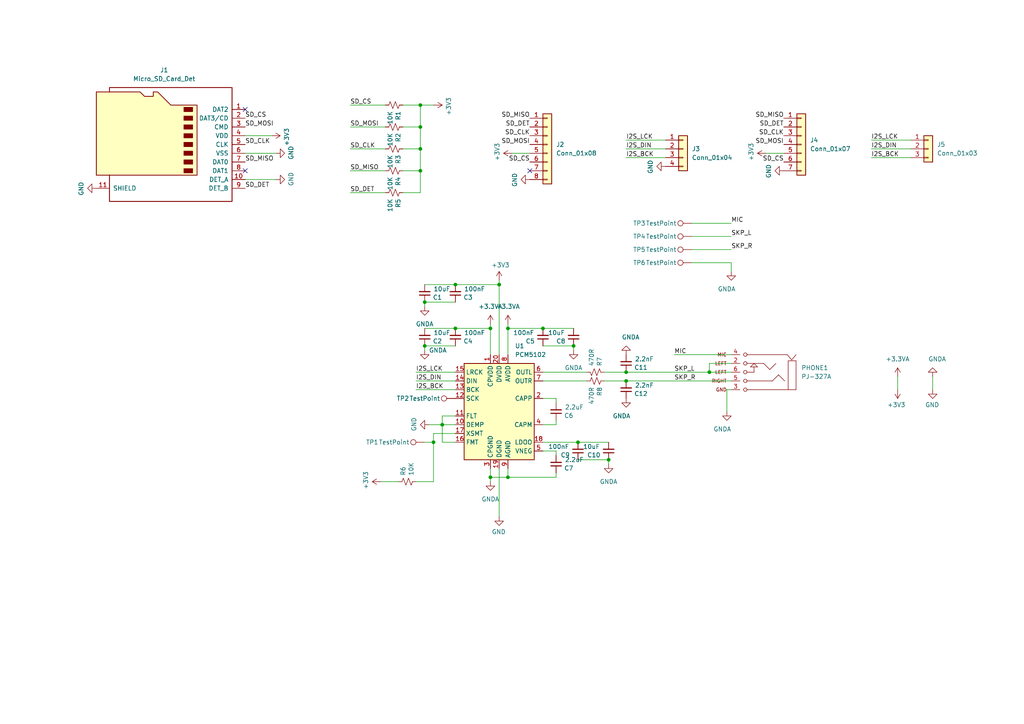
<source format=kicad_sch>
(kicad_sch (version 20211123) (generator eeschema)
  (paper "A4")
  (lib_symbols
    (symbol "Audio:PCM5102"
      (property "Reference" "U" (at -10.16 13.97 0))
      (property "Value" "PCM5102" (at 3.81 13.97 0))
      (symbol "PCM5102_0_1"
        (rectangle (start -10.16 12.7) (end 10.16 -15.24) (stroke (width 0.254)) (fill (type background)))
      )
      (symbol "PCM5102_1_1"
        (pin passive line (at -2.54 15.24 270) (length 2.54) (name "CPVDD") (number "1"))
        (pin input line (at -12.7 -5.08 0) (length 2.54) (name "DEMP") (number "10"))
        (pin input line (at -12.7 -2.54 0) (length 2.54) (name "FLT") (number "11"))
        (pin input line (at -12.7 2.54 0) (length 2.54) (name "SCK") (number "12"))
        (pin input line (at -12.7 5.08 0) (length 2.54) (name "BCK") (number "13"))
        (pin input line (at -12.7 7.62 0) (length 2.54) (name "DIN") (number "14"))
        (pin input line (at -12.7 10.16 0) (length 2.54) (name "LRCK") (number "15"))
        (pin input line (at -12.7 -10.16 0) (length 2.54) (name "FMT") (number "16"))
        (pin input line (at -12.7 -7.62 0) (length 2.54) (name "XSMT") (number "17"))
        (pin passive line (at 12.7 -10.16 180) (length 2.54) (name "LDOO") (number "18"))
        (pin power_in line (at 0 -17.78 90) (length 2.54) (name "DGND") (number "19"))
        (pin passive line (at 12.7 2.54 180) (length 2.54) (name "CAPP") (number "2"))
        (pin power_in line (at 0 15.24 270) (length 2.54) (name "DVDD") (number "20"))
        (pin power_in line (at -2.54 -17.78 90) (length 2.54) (name "CPGND") (number "3"))
        (pin passive line (at 12.7 -5.08 180) (length 2.54) (name "CAPM") (number "4"))
        (pin passive line (at 12.7 -12.7 180) (length 2.54) (name "VNEG") (number "5"))
        (pin output line (at 12.7 10.16 180) (length 2.54) (name "OUTL") (number "6"))
        (pin output line (at 12.7 7.62 180) (length 2.54) (name "OUTR") (number "7"))
        (pin power_in line (at 2.54 15.24 270) (length 2.54) (name "AVDD") (number "8"))
        (pin power_in line (at 2.54 -17.78 90) (length 2.54) (name "AGND") (number "9"))
      )
    )
    (symbol "Connector:Micro_SD_Card_Det" (pin_names (offset 1.016))
      (property "Reference" "J" (at -16.51 17.78 0))
      (property "Value" "Micro_SD_Card_Det" (at 16.51 17.78 0))
      (symbol "Micro_SD_Card_Det_0_1"
        (rectangle (start -7.62 -6.985) (end -5.08 -8.255) (fill (type outline)))
        (rectangle (start -7.62 -4.445) (end -5.08 -5.715) (fill (type outline)))
        (rectangle (start -7.62 -1.905) (end -5.08 -3.175) (fill (type outline)))
        (rectangle (start -7.62 0.635) (end -5.08 -0.635) (fill (type outline)))
        (rectangle (start -7.62 3.175) (end -5.08 1.905) (fill (type outline)))
        (rectangle (start -7.62 5.715) (end -5.08 4.445) (fill (type outline)))
        (rectangle (start -7.62 8.255) (end -5.08 6.985) (fill (type outline)))
        (rectangle (start -7.62 10.795) (end -5.08 9.525) (fill (type outline)))
        (polyline (pts (xy 16.51 15.24) (xy 16.51 16.51) (xy -19.05 16.51) (xy -19.05 -16.51) (xy 16.51 -16.51) (xy 16.51 -8.89)) (stroke (width 0.254)))
        (polyline (pts (xy -8.89 -8.89) (xy -8.89 11.43) (xy -1.27 11.43) (xy 2.54 15.24) (xy 3.81 15.24) (xy 3.81 13.97) (xy 6.35 13.97) (xy 7.62 15.24) (xy 20.32 15.24) (xy 20.32 -8.89) (xy -8.89 -8.89)) (stroke (width 0.254)) (fill (type background)))
      )
      (symbol "Micro_SD_Card_Det_1_1"
        (pin bidirectional line (at -22.86 10.16 0) (length 3.81) (name "DAT2") (number "1"))
        (pin passive line (at -22.86 -10.16 0) (length 3.81) (name "DET_A") (number "10"))
        (pin passive line (at 20.32 -12.7 180) (length 3.81) (name "SHIELD") (number "11"))
        (pin bidirectional line (at -22.86 7.62 0) (length 3.81) (name "DAT3/CD") (number "2"))
        (pin input line (at -22.86 5.08 0) (length 3.81) (name "CMD") (number "3"))
        (pin power_in line (at -22.86 2.54 0) (length 3.81) (name "VDD") (number "4"))
        (pin input line (at -22.86 0 0) (length 3.81) (name "CLK") (number "5"))
        (pin power_in line (at -22.86 -2.54 0) (length 3.81) (name "VSS") (number "6"))
        (pin bidirectional line (at -22.86 -5.08 0) (length 3.81) (name "DAT0") (number "7"))
        (pin bidirectional line (at -22.86 -7.62 0) (length 3.81) (name "DAT1") (number "8"))
        (pin passive line (at -22.86 -12.7 0) (length 3.81) (name "DET_B") (number "9"))
      )
    )
    (symbol "Connector:TestPoint" (pin_numbers hide) (pin_names (offset 0.762) hide)
      (property "Reference" "TP" (at 0 6.858 0))
      (property "Value" "TestPoint" (at 0 5.08 0))
      (symbol "TestPoint_0_1"
        (circle (center 0 3.302) (radius 0.762))
      )
      (symbol "TestPoint_1_1"
        (pin passive line (at 0 0 90) (length 2.54) (name "1") (number "1"))
      )
    )
    (symbol "Connector_Generic:Conn_01x03" (pin_names (offset 1.016) hide)
      (property "Reference" "J" (at 0 5.08 0))
      (property "Value" "Conn_01x03" (at 0 -5.08 0))
      (symbol "Conn_01x03_1_1"
        (rectangle (start -1.27 -2.413) (end 0 -2.667) (stroke (width 0.1524)))
        (rectangle (start -1.27 0.127) (end 0 -0.127) (stroke (width 0.1524)))
        (rectangle (start -1.27 2.667) (end 0 2.413) (stroke (width 0.1524)))
        (rectangle (start -1.27 3.81) (end 1.27 -3.81) (stroke (width 0.254)) (fill (type background)))
        (pin passive line (at -5.08 2.54 0) (length 3.81) (name "Pin_1") (number "1"))
        (pin passive line (at -5.08 0 0) (length 3.81) (name "Pin_2") (number "2"))
        (pin passive line (at -5.08 -2.54 0) (length 3.81) (name "Pin_3") (number "3"))
      )
    )
    (symbol "Connector_Generic:Conn_01x04" (pin_names (offset 1.016) hide)
      (property "Reference" "J" (at 0 5.08 0))
      (property "Value" "Conn_01x04" (at 0 -7.62 0))
      (symbol "Conn_01x04_1_1"
        (rectangle (start -1.27 -4.953) (end 0 -5.207) (stroke (width 0.1524)))
        (rectangle (start -1.27 -2.413) (end 0 -2.667) (stroke (width 0.1524)))
        (rectangle (start -1.27 0.127) (end 0 -0.127) (stroke (width 0.1524)))
        (rectangle (start -1.27 2.667) (end 0 2.413) (stroke (width 0.1524)))
        (rectangle (start -1.27 3.81) (end 1.27 -6.35) (stroke (width 0.254)) (fill (type background)))
        (pin passive line (at -5.08 2.54 0) (length 3.81) (name "Pin_1") (number "1"))
        (pin passive line (at -5.08 0 0) (length 3.81) (name "Pin_2") (number "2"))
        (pin passive line (at -5.08 -2.54 0) (length 3.81) (name "Pin_3") (number "3"))
        (pin passive line (at -5.08 -5.08 0) (length 3.81) (name "Pin_4") (number "4"))
      )
    )
    (symbol "Connector_Generic:Conn_01x07" (pin_names (offset 1.016) hide)
      (property "Reference" "J" (at 0 10.16 0))
      (property "Value" "Conn_01x07" (at 0 -10.16 0))
      (symbol "Conn_01x07_1_1"
        (rectangle (start -1.27 -7.493) (end 0 -7.747) (stroke (width 0.1524)))
        (rectangle (start -1.27 -4.953) (end 0 -5.207) (stroke (width 0.1524)))
        (rectangle (start -1.27 -2.413) (end 0 -2.667) (stroke (width 0.1524)))
        (rectangle (start -1.27 0.127) (end 0 -0.127) (stroke (width 0.1524)))
        (rectangle (start -1.27 2.667) (end 0 2.413) (stroke (width 0.1524)))
        (rectangle (start -1.27 5.207) (end 0 4.953) (stroke (width 0.1524)))
        (rectangle (start -1.27 7.747) (end 0 7.493) (stroke (width 0.1524)))
        (rectangle (start -1.27 8.89) (end 1.27 -8.89) (stroke (width 0.254)) (fill (type background)))
        (pin passive line (at -5.08 7.62 0) (length 3.81) (name "Pin_1") (number "1"))
        (pin passive line (at -5.08 5.08 0) (length 3.81) (name "Pin_2") (number "2"))
        (pin passive line (at -5.08 2.54 0) (length 3.81) (name "Pin_3") (number "3"))
        (pin passive line (at -5.08 0 0) (length 3.81) (name "Pin_4") (number "4"))
        (pin passive line (at -5.08 -2.54 0) (length 3.81) (name "Pin_5") (number "5"))
        (pin passive line (at -5.08 -5.08 0) (length 3.81) (name "Pin_6") (number "6"))
        (pin passive line (at -5.08 -7.62 0) (length 3.81) (name "Pin_7") (number "7"))
      )
    )
    (symbol "Connector_Generic:Conn_01x08" (pin_names (offset 1.016) hide)
      (property "Reference" "J" (at 0 10.16 0))
      (property "Value" "Conn_01x08" (at 0 -12.7 0))
      (symbol "Conn_01x08_1_1"
        (rectangle (start -1.27 -10.033) (end 0 -10.287) (stroke (width 0.1524)))
        (rectangle (start -1.27 -7.493) (end 0 -7.747) (stroke (width 0.1524)))
        (rectangle (start -1.27 -4.953) (end 0 -5.207) (stroke (width 0.1524)))
        (rectangle (start -1.27 -2.413) (end 0 -2.667) (stroke (width 0.1524)))
        (rectangle (start -1.27 0.127) (end 0 -0.127) (stroke (width 0.1524)))
        (rectangle (start -1.27 2.667) (end 0 2.413) (stroke (width 0.1524)))
        (rectangle (start -1.27 5.207) (end 0 4.953) (stroke (width 0.1524)))
        (rectangle (start -1.27 7.747) (end 0 7.493) (stroke (width 0.1524)))
        (rectangle (start -1.27 8.89) (end 1.27 -11.43) (stroke (width 0.254)) (fill (type background)))
        (pin passive line (at -5.08 7.62 0) (length 3.81) (name "Pin_1") (number "1"))
        (pin passive line (at -5.08 5.08 0) (length 3.81) (name "Pin_2") (number "2"))
        (pin passive line (at -5.08 2.54 0) (length 3.81) (name "Pin_3") (number "3"))
        (pin passive line (at -5.08 0 0) (length 3.81) (name "Pin_4") (number "4"))
        (pin passive line (at -5.08 -2.54 0) (length 3.81) (name "Pin_5") (number "5"))
        (pin passive line (at -5.08 -5.08 0) (length 3.81) (name "Pin_6") (number "6"))
        (pin passive line (at -5.08 -7.62 0) (length 3.81) (name "Pin_7") (number "7"))
        (pin passive line (at -5.08 -10.16 0) (length 3.81) (name "Pin_8") (number "8"))
      )
    )
    (symbol "Device:C_Small" (pin_numbers hide) (pin_names (offset 0.254) hide)
      (property "Reference" "C" (at 0.254 1.778 0))
      (property "Value" "C_Small" (at 0.254 -2.032 0))
      (symbol "C_Small_0_1"
        (polyline (pts (xy -1.524 -0.508) (xy 1.524 -0.508)) (stroke (width 0.3302)))
        (polyline (pts (xy -1.524 0.508) (xy 1.524 0.508)) (stroke (width 0.3048)))
      )
      (symbol "C_Small_1_1"
        (pin passive line (at 0 2.54 270) (length 2.032) (name "~") (number "1"))
        (pin passive line (at 0 -2.54 90) (length 2.032) (name "~") (number "2"))
      )
    )
    (symbol "Device:R_Small_US" (pin_numbers hide) (pin_names (offset 0.254) hide)
      (property "Reference" "R" (at 0.762 0.508 0))
      (property "Value" "R_Small_US" (at 0.762 -1.016 0))
      (symbol "R_Small_US_1_1"
        (polyline (pts (xy 0 0) (xy 1.016 -0.381) (xy 0 -0.762) (xy -1.016 -1.143) (xy 0 -1.524)))
        (polyline (pts (xy 0 1.524) (xy 1.016 1.143) (xy 0 0.762) (xy -1.016 0.381) (xy 0 0)))
        (pin passive line (at 0 2.54 270) (length 1.016) (name "~") (number "1"))
        (pin passive line (at 0 -2.54 90) (length 1.016) (name "~") (number "2"))
      )
    )
    (symbol "kicad_lceda:PJ-327A" (pin_names (offset 1.016) hide)
      (property "Reference" "PHONE" (at 0 10.0584 0))
      (property "Value" "PJ-327A" (at 0 15.1384 0))
      (symbol "PJ-327A_1_1"
        (polyline (pts (xy -8.636 -3.302) (xy -6.35 -3.302)) (stroke (width 0.1524)))
        (polyline (pts (xy -8.636 5.08) (xy -8.636 -3.302)) (stroke (width 0.1524)))
        (polyline (pts (xy -8.636 5.08) (xy 5.588 5.08)) (stroke (width 0.1524)))
        (polyline (pts (xy -7.366 -3.556) (xy -8.636 -5.08)) (stroke (width 0.1524)))
        (polyline (pts (xy -7.366 -3.556) (xy -6.096 -5.08)) (stroke (width 0.1524)))
        (polyline (pts (xy -6.35 5.08) (xy -6.35 -3.302)) (stroke (width 0.1524)))
        (polyline (pts (xy -6.096 -5.08) (xy 5.588 -5.08)) (stroke (width 0.1524)))
        (polyline (pts (xy -3.556 0.762) (xy -5.334 2.54)) (stroke (width 0.1524)))
        (polyline (pts (xy -2.794 -2.54) (xy -1.016 -0.762)) (stroke (width 0.1524)))
        (polyline (pts (xy -1.778 2.54) (xy -3.556 0.762)) (stroke (width 0.1524)))
        (polyline (pts (xy -1.778 2.54) (xy 5.588 2.54)) (stroke (width 0.1524)))
        (polyline (pts (xy -1.016 -0.762) (xy 0.762 -2.54)) (stroke (width 0.1524)))
        (polyline (pts (xy 0.762 -2.54) (xy 5.588 -2.54)) (stroke (width 0.1524)))
        (polyline (pts (xy 2.54 -1.524) (xy 3.556 -2.54)) (stroke (width 0.1524)))
        (polyline (pts (xy 3.556 -2.54) (xy 4.572 -1.524)) (stroke (width 0.1524)))
        (polyline (pts (xy 3.556 -1.524) (xy 3.556 0)) (stroke (width 0.1524)))
        (polyline (pts (xy 3.556 0) (xy 5.588 0)) (stroke (width 0.1524)))
        (polyline (pts (xy 4.572 -1.524) (xy 2.54 -1.524)) (stroke (width 0.1524)))
        (arc (start 5.588 -5.08) (mid 6.0706 -5.5876) (end 6.5786 -5.1054) (stroke (width 0.1524)))
        (arc (start 5.588 -2.54) (mid 6.0706 -3.0476) (end 6.5786 -2.5654) (stroke (width 0.1524)))
        (arc (start 5.588 0) (mid 6.0706 -0.5076) (end 6.5786 -0.0254) (stroke (width 0.1524)))
        (arc (start 5.588 2.54) (mid 6.0706 2.0324) (end 6.5786 2.5146) (stroke (width 0.1524)))
        (arc (start 5.588 5.08) (mid 6.0706 4.5724) (end 6.5786 5.0546) (stroke (width 0.1524)))
        (arc (start 6.5786 -5.08) (mid 6.0833 -4.5972) (end 5.588 -5.08) (stroke (width 0.1524)))
        (arc (start 6.5786 -2.54) (mid 6.0833 -2.0572) (end 5.588 -2.54) (stroke (width 0.1524)))
        (arc (start 6.5786 0) (mid 6.0833 0.4828) (end 5.588 0) (stroke (width 0.1524)))
        (arc (start 6.5786 2.54) (mid 6.0833 3.0228) (end 5.588 2.54) (stroke (width 0.1524)))
        (arc (start 6.5786 5.08) (mid 6.0833 5.5628) (end 5.588 5.08) (stroke (width 0.1524)))
        (text "GND" (at 11.43 5.08 0) (effects (font (size 0.9906 0.9906)) (justify left)))
        (text "LEFT" (at 11.43 -2.54 0) (effects (font (size 0.9906 0.9906)) (justify left)))
        (text "LEFT" (at 11.43 0 0) (effects (font (size 0.9906 0.9906)) (justify left)))
        (text "MIC" (at 11.43 -5.08 0) (effects (font (size 0.9906 0.9906)) (justify left)))
        (text "RIGHT" (at 11.43 2.54 0) (effects (font (size 0.9906 0.9906)) (justify left)))
        (pin input line (at 10.16 -2.54 180) (length 2.54) (name "2") (number "2"))
        (pin input line (at 10.16 5.08 180) (length 2.54) (name "1") (number "3"))
        (pin input line (at 10.16 -5.08 180) (length 2.54) (name "4") (number "4"))
        (pin input line (at 10.16 2.54 180) (length 2.54) (name "5") (number "5"))
        (pin input line (at 10.16 0 180) (length 2.54) (name "6") (number "6"))
      )
    )
    (symbol "power:+3.3V" (power) (pin_names (offset 0))
      (property "Value" "+3.3V" (at 0 3.556 0))
      (symbol "+3.3V_0_1"
        (polyline (pts (xy -0.762 1.27) (xy 0 2.54)))
        (polyline (pts (xy 0 0) (xy 0 2.54)))
        (polyline (pts (xy 0 2.54) (xy 0.762 1.27)))
      )
      (symbol "+3.3V_1_1"
        (pin power_in line (at 0 0 90) (length 0) hide (name "+3V3") (number "1"))
      )
    )
    (symbol "power:+3.3VA" (power) (pin_names (offset 0))
      (property "Value" "+3.3VA" (at 0 3.556 0))
      (symbol "+3.3VA_0_1"
        (polyline (pts (xy -0.762 1.27) (xy 0 2.54)))
        (polyline (pts (xy 0 0) (xy 0 2.54)))
        (polyline (pts (xy 0 2.54) (xy 0.762 1.27)))
      )
      (symbol "+3.3VA_1_1"
        (pin power_in line (at 0 0 90) (length 0) hide (name "+3.3VA") (number "1"))
      )
    )
    (symbol "power:GND" (power) (pin_names (offset 0))
      (property "Value" "GND" (at 0 -3.81 0))
      (symbol "GND_0_1"
        (polyline (pts (xy 0 0) (xy 0 -1.27) (xy 1.27 -1.27) (xy 0 -2.54) (xy -1.27 -1.27) (xy 0 -1.27)))
      )
      (symbol "GND_1_1"
        (pin power_in line (at 0 0 270) (length 0) hide (name "GND") (number "1"))
      )
    )
    (symbol "power:GNDA" (power) (pin_names (offset 0))
      (property "Value" "GNDA" (at 0 -3.81 0))
      (symbol "GNDA_0_1"
        (polyline (pts (xy 0 0) (xy 0 -1.27) (xy 1.27 -1.27) (xy 0 -2.54) (xy -1.27 -1.27) (xy 0 -1.27)))
      )
      (symbol "GNDA_1_1"
        (pin power_in line (at 0 0 270) (length 0) hide (name "GNDA") (number "1"))
      )
    )
  )
  (junction (at 166.37 100.33))
  (junction (at 125.73 128.27))
  (junction (at 167.64 128.27))
  (junction (at 142.24 95.25))
  (junction (at 132.08 82.55))
  (junction (at 128.27 123.19))
  (junction (at 121.92 36.83))
  (junction (at 144.78 82.55))
  (junction (at 121.92 30.48))
  (junction (at 181.61 110.49))
  (junction (at 176.53 133.35))
  (junction (at 121.92 43.18))
  (junction (at 157.48 95.25))
  (junction (at 205.74 107.95))
  (junction (at 123.19 87.63))
  (junction (at 121.92 49.53))
  (junction (at 147.32 95.25))
  (junction (at 123.19 100.33))
  (junction (at 181.61 107.95))
  (junction (at 142.24 138.43))
  (junction (at 132.08 95.25))
  (junction (at 147.32 138.43))
  (no_connect (at 153.67 49.53))
  (no_connect (at 71.12 31.75))
  (no_connect (at 71.12 49.53))
  (wire (pts (xy 147.32 95.25) (xy 147.32 102.87)))
  (wire (pts (xy 205.74 105.41) (xy 205.74 107.95)))
  (wire (pts (xy 144.78 81.28) (xy 144.78 82.55)))
  (wire (pts (xy 123.19 128.27) (xy 125.73 128.27)))
  (wire (pts (xy 200.66 72.39) (xy 212.09 72.39)))
  (wire (pts (xy 157.48 107.95) (xy 170.18 107.95)))
  (wire (pts (xy 116.84 43.18) (xy 121.92 43.18)))
  (wire (pts (xy 161.29 138.43) (xy 161.29 137.16)))
  (wire (pts (xy 144.78 135.89) (xy 144.78 149.86)))
  (wire (pts (xy 176.53 128.27) (xy 167.64 128.27)))
  (wire (pts (xy 132.08 128.27) (xy 128.27 128.27)))
  (wire (pts (xy 157.48 115.57) (xy 161.29 115.57)))
  (wire (pts (xy 123.19 95.25) (xy 132.08 95.25)))
  (wire (pts (xy 128.27 123.19) (xy 132.08 123.19)))
  (wire (pts (xy 116.84 36.83) (xy 121.92 36.83)))
  (wire (pts (xy 123.19 87.63) (xy 123.19 88.9)))
  (wire (pts (xy 166.37 95.25) (xy 157.48 95.25)))
  (wire (pts (xy 175.26 107.95) (xy 181.61 107.95)))
  (wire (pts (xy 125.73 30.48) (xy 121.92 30.48)))
  (wire (pts (xy 123.19 82.55) (xy 132.08 82.55)))
  (wire (pts (xy 252.73 45.72) (xy 264.16 45.72)))
  (wire (pts (xy 200.66 64.77) (xy 212.09 64.77)))
  (wire (pts (xy 252.73 40.64) (xy 264.16 40.64)))
  (wire (pts (xy 123.19 87.63) (xy 132.08 87.63)))
  (wire (pts (xy 175.26 110.49) (xy 181.61 110.49)))
  (wire (pts (xy 147.32 138.43) (xy 161.29 138.43)))
  (wire (pts (xy 101.6 43.18) (xy 111.76 43.18)))
  (wire (pts (xy 176.53 133.35) (xy 176.53 134.62)))
  (wire (pts (xy 252.73 43.18) (xy 264.16 43.18)))
  (wire (pts (xy 144.78 82.55) (xy 144.78 102.87)))
  (wire (pts (xy 147.32 93.98) (xy 147.32 95.25)))
  (wire (pts (xy 212.09 105.41) (xy 205.74 105.41)))
  (wire (pts (xy 125.73 125.73) (xy 132.08 125.73)))
  (wire (pts (xy 181.61 43.18) (xy 193.04 43.18)))
  (wire (pts (xy 121.92 36.83) (xy 121.92 43.18)))
  (wire (pts (xy 210.82 113.03) (xy 212.09 113.03)))
  (wire (pts (xy 142.24 93.98) (xy 142.24 95.25)))
  (wire (pts (xy 260.35 113.03) (xy 260.35 109.22)))
  (wire (pts (xy 120.65 107.95) (xy 132.08 107.95)))
  (wire (pts (xy 157.48 123.19) (xy 161.29 123.19)))
  (wire (pts (xy 200.66 68.58) (xy 212.09 68.58)))
  (wire (pts (xy 132.08 120.65) (xy 128.27 120.65)))
  (wire (pts (xy 157.48 130.81) (xy 161.29 130.81)))
  (wire (pts (xy 166.37 100.33) (xy 157.48 100.33)))
  (wire (pts (xy 101.6 55.88) (xy 111.76 55.88)))
  (wire (pts (xy 167.64 128.27) (xy 157.48 128.27)))
  (wire (pts (xy 181.61 110.49) (xy 212.09 110.49)))
  (wire (pts (xy 205.74 107.95) (xy 212.09 107.95)))
  (wire (pts (xy 116.84 30.48) (xy 121.92 30.48)))
  (wire (pts (xy 120.65 113.03) (xy 132.08 113.03)))
  (wire (pts (xy 157.48 95.25) (xy 147.32 95.25)))
  (wire (pts (xy 123.19 100.33) (xy 132.08 100.33)))
  (wire (pts (xy 176.53 133.35) (xy 167.64 133.35)))
  (wire (pts (xy 121.92 55.88) (xy 116.84 55.88)))
  (wire (pts (xy 101.6 36.83) (xy 111.76 36.83)))
  (wire (pts (xy 125.73 128.27) (xy 125.73 125.73)))
  (wire (pts (xy 132.08 95.25) (xy 142.24 95.25)))
  (wire (pts (xy 195.58 102.87) (xy 212.09 102.87)))
  (wire (pts (xy 157.48 110.49) (xy 170.18 110.49)))
  (wire (pts (xy 210.82 119.38) (xy 210.82 113.03)))
  (wire (pts (xy 161.29 130.81) (xy 161.29 132.08)))
  (wire (pts (xy 142.24 95.25) (xy 142.24 102.87)))
  (wire (pts (xy 71.12 39.37) (xy 78.74 39.37)))
  (wire (pts (xy 128.27 120.65) (xy 128.27 123.19)))
  (wire (pts (xy 200.66 76.2) (xy 212.09 76.2)))
  (wire (pts (xy 121.92 49.53) (xy 121.92 55.88)))
  (wire (pts (xy 142.24 138.43) (xy 142.24 139.7)))
  (wire (pts (xy 101.6 49.53) (xy 111.76 49.53)))
  (wire (pts (xy 124.46 123.19) (xy 128.27 123.19)))
  (wire (pts (xy 120.65 110.49) (xy 132.08 110.49)))
  (wire (pts (xy 71.12 52.07) (xy 80.01 52.07)))
  (wire (pts (xy 101.6 30.48) (xy 111.76 30.48)))
  (wire (pts (xy 142.24 138.43) (xy 147.32 138.43)))
  (wire (pts (xy 128.27 128.27) (xy 128.27 123.19)))
  (wire (pts (xy 148.59 44.45) (xy 153.67 44.45)))
  (wire (pts (xy 212.09 76.2) (xy 212.09 78.74)))
  (wire (pts (xy 181.61 40.64) (xy 193.04 40.64)))
  (wire (pts (xy 270.51 109.22) (xy 270.51 113.03)))
  (wire (pts (xy 125.73 139.7) (xy 125.73 128.27)))
  (wire (pts (xy 123.19 100.33) (xy 123.19 101.6)))
  (wire (pts (xy 71.12 44.45) (xy 80.01 44.45)))
  (wire (pts (xy 161.29 121.92) (xy 161.29 123.19)))
  (wire (pts (xy 222.25 44.45) (xy 227.33 44.45)))
  (wire (pts (xy 161.29 116.84) (xy 161.29 115.57)))
  (wire (pts (xy 132.08 82.55) (xy 144.78 82.55)))
  (wire (pts (xy 181.61 45.72) (xy 193.04 45.72)))
  (wire (pts (xy 110.49 139.7) (xy 115.57 139.7)))
  (wire (pts (xy 120.65 139.7) (xy 125.73 139.7)))
  (wire (pts (xy 121.92 43.18) (xy 121.92 49.53)))
  (wire (pts (xy 147.32 135.89) (xy 147.32 138.43)))
  (wire (pts (xy 181.61 107.95) (xy 205.74 107.95)))
  (wire (pts (xy 116.84 49.53) (xy 121.92 49.53)))
  (wire (pts (xy 166.37 100.33) (xy 166.37 101.6)))
  (wire (pts (xy 121.92 30.48) (xy 121.92 36.83)))
  (wire (pts (xy 142.24 135.89) (xy 142.24 138.43)))
  (label "I2S_LCK" (at 252.73 40.64 0))
  (label "SKP_L" (at 195.58 107.95 0))
  (label "I2S_LCK" (at 120.65 107.95 0))
  (label "SD_CS" (at 227.33 46.99 180))
  (label "SKP_R" (at 195.58 110.49 0))
  (label "SD_CS" (at 71.12 34.29 0))
  (label "SD_DET" (at 101.6 55.88 0))
  (label "SD_CS" (at 101.6 30.48 0))
  (label "SD_MOSI" (at 71.12 36.83 0))
  (label "I2S_BCK" (at 120.65 113.03 0))
  (label "I2S_BCK" (at 252.73 45.72 0))
  (label "SKP_R" (at 212.09 72.39 0))
  (label "SD_MISO" (at 101.6 49.53 0))
  (label "SD_MOSI" (at 101.6 36.83 0))
  (label "SD_CLK" (at 101.6 43.18 0))
  (label "SD_MOSI" (at 153.67 41.91 180))
  (label "SD_DET" (at 71.12 54.61 0))
  (label "I2S_BCK" (at 181.61 45.72 0))
  (label "MIC" (at 195.58 102.87 0))
  (label "SD_DET" (at 153.67 36.83 180))
  (label "SD_MOSI" (at 227.33 41.91 180))
  (label "SD_MISO" (at 227.33 34.29 180))
  (label "I2S_DIN" (at 181.61 43.18 0))
  (label "SD_MISO" (at 71.12 46.99 0))
  (label "SD_CLK" (at 71.12 41.91 0))
  (label "SD_CLK" (at 227.33 39.37 180))
  (label "I2S_LCK" (at 181.61 40.64 0))
  (label "SD_MISO" (at 153.67 34.29 180))
  (label "SD_CS" (at 153.67 46.99 180))
  (label "SKP_L" (at 212.09 68.58 0))
  (label "I2S_DIN" (at 120.65 110.49 0))
  (label "MIC" (at 212.09 64.77 0))
  (label "SD_CLK" (at 153.67 39.37 180))
  (label "I2S_DIN" (at 252.73 43.18 0))
  (label "SD_DET" (at 227.33 36.83 180))
  (symbol (lib_id "power:+3.3V") (at 148.59 44.45 90) (unit 1)
    (property "Reference" "#PWR0101" (effects hide))
    (property "Value" "+3.3V" (at 144.1958 44.069 0))
  )
  (symbol (lib_id "Device:C_Small") (at 157.48 97.79 180) (unit 1)
    (property "Reference" "C5" (at 155.1432 98.9584 0) (effects (justify left)))
    (property "Value" "100nF" (at 154.94 96.52 0) (effects (justify left)))
    (property "Footprint" "Capacitor_SMD:C_0402_1005Metric_Pad0.74x0.62mm_HandSolder" (effects hide))
  )
  (symbol (lib_id "Device:C_Small") (at 181.61 113.03 0) (mirror x) (unit 1)
    (property "Reference" "C12" (at 183.9468 114.1984 0) (effects (justify left)))
    (property "Value" "2.2nF" (at 184.15 111.76 0) (effects (justify left)))
    (property "Footprint" "Capacitor_SMD:C_0402_1005Metric_Pad0.74x0.62mm_HandSolder" (effects hide))
  )
  (symbol (lib_id "Connector:Micro_SD_Card_Det") (at 48.26 41.91 0) (mirror y) (unit 1)
    (property "Reference" "J1" (at 47.625 20.32 0))
    (property "Value" "Micro_SD_Card_Det" (at 47.625 22.86 0))
    (property "Footprint" "kicad_lceda:TF-SMD_TF-015" (effects hide))
    (property "Datasheet" "https://www.hirose.com/product/en/download_file/key_name/DM3/category/Catalog/doc_file_id/49662/?file_category_id=4&item_id=195&is_series=1" (effects hide))
  )
  (symbol (lib_id "Connector_Generic:Conn_01x04") (at 198.12 43.18 0) (unit 1)
    (property "Reference" "J3" (at 200.66 43.1799 0) (effects (justify left)))
    (property "Value" "Conn_01x04" (at 200.66 45.7199 0) (effects (justify left)))
    (property "Footprint" "Connector_PinHeader_2.00mm:PinHeader_1x04_P2.00mm_Vertical" (effects hide))
  )
  (symbol (lib_id "power:GNDA") (at 270.51 109.22 180) (unit 1)
    (property "Reference" "#PWR0104" (effects hide))
    (property "Value" "GNDA" (at 269.24 104.14 0) (effects (justify right)))
  )
  (symbol (lib_id "Connector:TestPoint") (at 200.66 76.2 90) (unit 1)
    (property "Reference" "TP6" (at 185.42 76.2 90))
    (property "Value" "TestPoint" (at 191.77 76.2 90))
    (property "Footprint" "TestPoint:TestPoint_Pad_D1.0mm" (effects hide))
  )
  (symbol (lib_id "power:GND") (at 80.01 44.45 90) (unit 1)
    (property "Reference" "#PWR0120" (effects hide))
    (property "Value" "GND" (at 84.4042 44.323 0))
  )
  (symbol (lib_id "power:+3.3VA") (at 147.32 93.98 0) (unit 1)
    (property "Reference" "#PWR0109" (effects hide))
    (property "Value" "+3.3VA" (at 147.32 88.9 0))
  )
  (symbol (lib_id "Audio:PCM5102") (at 144.78 118.11 0) (unit 1)
    (property "Reference" "U1" (at 149.3394 100.33 0) (effects (justify left)))
    (property "Value" "PCM5102" (at 149.3394 102.87 0) (effects (justify left)))
    (property "Footprint" "Package_SO:TSSOP-20_4.4x6.5mm_P0.65mm" (effects hide))
    (property "Datasheet" "http://www.ti.com/lit/ds/symlink/pcm5102.pdf" (effects hide))
  )
  (symbol (lib_id "power:+3.3V") (at 222.25 44.45 90) (unit 1)
    (property "Reference" "#PWR0128" (effects hide))
    (property "Value" "+3.3V" (at 217.8558 44.069 0))
  )
  (symbol (lib_id "Device:C_Small") (at 166.37 97.79 180) (unit 1)
    (property "Reference" "C8" (at 164.0332 98.9584 0) (effects (justify left)))
    (property "Value" "10uF" (at 163.83 96.52 0) (effects (justify left)))
    (property "Footprint" "Capacitor_SMD:C_0402_1005Metric_Pad0.74x0.62mm_HandSolder" (effects hide))
  )
  (symbol (lib_id "Device:R_Small_US") (at 114.3 30.48 270) (unit 1)
    (property "Reference" "R1" (at 115.4684 32.2072 0) (effects (justify left)))
    (property "Value" "10K" (at 113.157 32.2072 0) (effects (justify left)))
    (property "Footprint" "Resistor_SMD:R_0402_1005Metric_Pad0.72x0.64mm_HandSolder" (effects hide))
  )
  (symbol (lib_id "Connector_Generic:Conn_01x07") (at 232.41 41.91 0) (unit 1)
    (property "Reference" "J4" (at 234.95 40.6399 0) (effects (justify left)))
    (property "Value" "Conn_01x07" (at 234.95 43.1799 0) (effects (justify left)))
    (property "Footprint" "Connector_Molex:Molex_CLIK-Mate_502382-0770_1x07-1MP_P1.25mm_Vertical" (effects hide))
  )
  (symbol (lib_id "Connector:TestPoint") (at 200.66 72.39 90) (unit 1)
    (property "Reference" "TP5" (at 185.42 72.39 90))
    (property "Value" "TestPoint" (at 191.77 72.39 90))
    (property "Footprint" "TestPoint:TestPoint_Pad_D1.0mm" (effects hide))
  )
  (symbol (lib_id "Device:C_Small") (at 161.29 134.62 0) (mirror x) (unit 1)
    (property "Reference" "C7" (at 163.6268 135.7884 0) (effects (justify left)))
    (property "Value" "2.2uF" (at 163.83 133.35 0) (effects (justify left)))
    (property "Footprint" "Capacitor_SMD:C_0402_1005Metric_Pad0.74x0.62mm_HandSolder" (effects hide))
  )
  (symbol (lib_id "power:GND") (at 80.01 52.07 90) (unit 1)
    (property "Reference" "#PWR0121" (effects hide))
    (property "Value" "GND" (at 84.4042 51.943 0))
  )
  (symbol (lib_id "power:GND") (at 27.94 54.61 270) (unit 1)
    (property "Reference" "#PWR0123" (effects hide))
    (property "Value" "GND" (at 23.5458 54.737 0))
  )
  (symbol (lib_id "power:GNDA") (at 176.53 134.62 0) (mirror y) (unit 1)
    (property "Reference" "#PWR0116" (effects hide))
    (property "Value" "GNDA" (at 176.53 139.7 0))
  )
  (symbol (lib_id "Connector:TestPoint") (at 123.19 128.27 90) (unit 1)
    (property "Reference" "TP1" (at 107.95 128.27 90))
    (property "Value" "TestPoint" (at 114.3 128.27 90))
    (property "Footprint" "TestPoint:TestPoint_Pad_D1.0mm" (effects hide))
  )
  (symbol (lib_id "Device:R_Small_US") (at 172.72 110.49 270) (unit 1)
    (property "Reference" "R8" (at 173.8884 112.2172 0) (effects (justify left)))
    (property "Value" "470R" (at 171.577 112.2172 0) (effects (justify left)))
    (property "Footprint" "Resistor_SMD:R_0402_1005Metric_Pad0.72x0.64mm_HandSolder" (effects hide))
  )
  (symbol (lib_id "Device:R_Small_US") (at 172.72 107.95 270) (mirror x) (unit 1)
    (property "Reference" "R7" (at 173.8884 106.2228 0) (effects (justify left)))
    (property "Value" "470R" (at 171.577 106.2228 0) (effects (justify left)))
    (property "Footprint" "Resistor_SMD:R_0402_1005Metric_Pad0.72x0.64mm_HandSolder" (effects hide))
  )
  (symbol (lib_id "power:GNDA") (at 212.09 78.74 0) (unit 1)
    (property "Reference" "#PWR0129" (effects hide))
    (property "Value" "GNDA" (at 213.36 83.82 0) (effects (justify right)))
  )
  (symbol (lib_id "kicad_lceda:PJ-327A") (at 222.25 107.95 180) (unit 1)
    (property "Reference" "PHONE1" (at 232.41 106.6798 0) (effects (justify right)))
    (property "Value" "PJ-327A" (at 232.41 109.2198 0) (effects (justify right)))
    (property "Footprint" "kicad_lceda:PJ327A" (effects hide))
    (property "uuid" "std:ef4aeec5dc2f44ad975983eb3b2d0e0e" (effects hide))
  )
  (symbol (lib_id "Device:C_Small") (at 161.29 119.38 0) (mirror x) (unit 1)
    (property "Reference" "C6" (at 163.6268 120.5484 0) (effects (justify left)))
    (property "Value" "2.2uF" (at 163.83 118.11 0) (effects (justify left)))
    (property "Footprint" "Capacitor_SMD:C_0402_1005Metric_Pad0.74x0.62mm_HandSolder" (effects hide))
  )
  (symbol (lib_id "Device:C_Small") (at 132.08 97.79 0) (mirror x) (unit 1)
    (property "Reference" "C4" (at 134.4168 98.9584 0) (effects (justify left)))
    (property "Value" "100nF" (at 134.62 96.52 0) (effects (justify left)))
    (property "Footprint" "Capacitor_SMD:C_0402_1005Metric_Pad0.74x0.62mm_HandSolder" (effects hide))
  )
  (symbol (lib_id "Device:R_Small_US") (at 114.3 36.83 270) (unit 1)
    (property "Reference" "R2" (at 115.4684 38.5572 0) (effects (justify left)))
    (property "Value" "10K" (at 113.157 38.5572 0) (effects (justify left)))
    (property "Footprint" "Resistor_SMD:R_0402_1005Metric_Pad0.72x0.64mm_HandSolder" (effects hide))
  )
  (symbol (lib_id "power:GND") (at 227.33 49.53 270) (unit 1)
    (property "Reference" "#PWR0127" (effects hide))
    (property "Value" "GND" (at 222.9358 49.657 0))
  )
  (symbol (lib_id "Connector_Generic:Conn_01x08") (at 158.75 41.91 0) (unit 1)
    (property "Reference" "J2" (at 161.29 41.9099 0) (effects (justify left)))
    (property "Value" "Conn_01x08" (at 161.29 44.4499 0) (effects (justify left)))
    (property "Footprint" "Connector_PinHeader_2.00mm:PinHeader_2x04_P2.00mm_Vertical" (effects hide))
  )
  (symbol (lib_id "power:GND") (at 153.67 52.07 270) (unit 1)
    (property "Reference" "#PWR0102" (effects hide))
    (property "Value" "GND" (at 149.2758 52.197 0))
  )
  (symbol (lib_id "Device:R_Small_US") (at 114.3 55.88 270) (unit 1)
    (property "Reference" "R5" (at 115.4684 57.6072 0) (effects (justify left)))
    (property "Value" "10K" (at 113.157 57.6072 0) (effects (justify left)))
    (property "Footprint" "Resistor_SMD:R_0402_1005Metric_Pad0.72x0.64mm_HandSolder" (effects hide))
  )
  (symbol (lib_id "power:+3.3VA") (at 142.24 93.98 0) (unit 1)
    (property "Reference" "#PWR0110" (effects hide))
    (property "Value" "+3.3VA" (at 142.24 88.9 0))
  )
  (symbol (lib_id "power:GNDA") (at 123.19 88.9 0) (unit 1)
    (property "Reference" "#PWR0112" (effects hide))
    (property "Value" "GNDA" (at 123.19 93.98 0))
  )
  (symbol (lib_id "power:+3.3V") (at 125.73 30.48 270) (unit 1)
    (property "Reference" "#PWR0119" (effects hide))
    (property "Value" "+3.3V" (at 130.1242 30.861 0))
  )
  (symbol (lib_id "Device:C_Small") (at 132.08 85.09 0) (mirror x) (unit 1)
    (property "Reference" "C3" (at 134.4168 86.2584 0) (effects (justify left)))
    (property "Value" "100nF" (at 134.62 83.82 0) (effects (justify left)))
    (property "Footprint" "Capacitor_SMD:C_0402_1005Metric_Pad0.74x0.62mm_HandSolder" (effects hide))
  )
  (symbol (lib_id "power:GND") (at 144.78 149.86 0) (mirror y) (unit 1)
    (property "Reference" "#PWR0117" (effects hide))
    (property "Value" "GND" (at 144.653 154.2542 0))
  )
  (symbol (lib_id "power:GND") (at 193.04 48.26 270) (unit 1)
    (property "Reference" "#PWR0103" (effects hide))
    (property "Value" "GND" (at 188.6458 48.387 0))
  )
  (symbol (lib_id "power:GNDA") (at 181.61 115.57 0) (unit 1)
    (property "Reference" "#PWR0113" (effects hide))
    (property "Value" "GNDA" (at 182.88 120.65 0) (effects (justify right)))
  )
  (symbol (lib_id "Connector:TestPoint") (at 132.08 115.57 90) (unit 1)
    (property "Reference" "TP2" (at 116.84 115.57 90))
    (property "Value" "TestPoint" (at 123.19 115.57 90))
    (property "Footprint" "TestPoint:TestPoint_Pad_D1.0mm" (effects hide))
  )
  (symbol (lib_id "power:GNDA") (at 210.82 119.38 0) (unit 1)
    (property "Reference" "#PWR0126" (effects hide))
    (property "Value" "GNDA" (at 212.09 124.46 0) (effects (justify right)))
  )
  (symbol (lib_id "Connector:TestPoint") (at 200.66 64.77 90) (unit 1)
    (property "Reference" "TP3" (at 185.42 64.77 90))
    (property "Value" "TestPoint" (at 191.77 64.77 90))
    (property "Footprint" "TestPoint:TestPoint_Pad_D1.0mm" (effects hide))
  )
  (symbol (lib_id "Device:C_Small") (at 181.61 105.41 0) (mirror x) (unit 1)
    (property "Reference" "C11" (at 183.9468 106.5784 0) (effects (justify left)))
    (property "Value" "2.2nF" (at 184.15 104.14 0) (effects (justify left)))
    (property "Footprint" "Capacitor_SMD:C_0402_1005Metric_Pad0.74x0.62mm_HandSolder" (effects hide))
  )
  (symbol (lib_id "Device:C_Small") (at 123.19 85.09 0) (mirror x) (unit 1)
    (property "Reference" "C1" (at 125.5268 86.2584 0) (effects (justify left)))
    (property "Value" "10uF" (at 125.73 83.82 0) (effects (justify left)))
    (property "Footprint" "Capacitor_SMD:C_0402_1005Metric_Pad0.74x0.62mm_HandSolder" (effects hide))
  )
  (symbol (lib_id "power:GND") (at 270.51 113.03 0) (mirror y) (unit 1)
    (property "Reference" "#PWR0105" (effects hide))
    (property "Value" "GND" (at 270.383 117.4242 0))
  )
  (symbol (lib_id "Connector:TestPoint") (at 200.66 68.58 90) (unit 1)
    (property "Reference" "TP4" (at 185.42 68.58 90))
    (property "Value" "TestPoint" (at 191.77 68.58 90))
    (property "Footprint" "TestPoint:TestPoint_Pad_D1.0mm" (effects hide))
  )
  (symbol (lib_id "power:+3.3VA") (at 260.35 109.22 0) (unit 1)
    (property "Reference" "#PWR0106" (effects hide))
    (property "Value" "+3.3VA" (at 260.35 104.14 0))
  )
  (symbol (lib_id "Device:C_Small") (at 123.19 97.79 0) (mirror x) (unit 1)
    (property "Reference" "C2" (at 125.5268 98.9584 0) (effects (justify left)))
    (property "Value" "10uF" (at 125.73 96.52 0) (effects (justify left)))
    (property "Footprint" "Capacitor_SMD:C_0402_1005Metric_Pad0.74x0.62mm_HandSolder" (effects hide))
  )
  (symbol (lib_id "Connector_Generic:Conn_01x03") (at 269.24 43.18 0) (unit 1)
    (property "Reference" "J5" (at 271.78 41.9099 0) (effects (justify left)))
    (property "Value" "Conn_01x03" (at 271.78 44.4499 0) (effects (justify left)))
    (property "Footprint" "Connector_Molex:Molex_CLIK-Mate_502382-0370_1x03-1MP_P1.25mm_Vertical" (effects hide))
  )
  (symbol (lib_id "power:GNDA") (at 142.24 139.7 0) (unit 1)
    (property "Reference" "#PWR0118" (effects hide))
    (property "Value" "GNDA" (at 142.24 144.78 0))
  )
  (symbol (lib_id "power:GNDA") (at 123.19 101.6 0) (unit 1)
    (property "Reference" "#PWR0108" (effects hide))
    (property "Value" "GNDA" (at 127 101.6 0))
  )
  (symbol (lib_id "power:GNDA") (at 166.37 101.6 0) (mirror y) (unit 1)
    (property "Reference" "#PWR0115" (effects hide))
    (property "Value" "GNDA" (at 166.37 106.68 0))
  )
  (symbol (lib_id "Device:R_Small_US") (at 114.3 49.53 270) (unit 1)
    (property "Reference" "R4" (at 115.4684 51.2572 0) (effects (justify left)))
    (property "Value" "10K" (at 113.157 51.2572 0) (effects (justify left)))
    (property "Footprint" "Resistor_SMD:R_0402_1005Metric_Pad0.72x0.64mm_HandSolder" (effects hide))
  )
  (symbol (lib_id "power:+3.3V") (at 144.78 81.28 0) (unit 1)
    (property "Reference" "#PWR0111" (effects hide))
    (property "Value" "+3.3V" (at 145.161 76.8858 0))
  )
  (symbol (lib_id "Device:R_Small_US") (at 114.3 43.18 270) (unit 1)
    (property "Reference" "R3" (at 115.4684 44.9072 0) (effects (justify left)))
    (property "Value" "10K" (at 113.157 44.9072 0) (effects (justify left)))
    (property "Footprint" "Resistor_SMD:R_0402_1005Metric_Pad0.72x0.64mm_HandSolder" (effects hide))
  )
  (symbol (lib_id "Device:C_Small") (at 167.64 130.81 180) (unit 1)
    (property "Reference" "C9" (at 165.3032 131.9784 0) (effects (justify left)))
    (property "Value" "100nF" (at 165.1 129.54 0) (effects (justify left)))
    (property "Footprint" "Capacitor_SMD:C_0402_1005Metric_Pad0.74x0.62mm_HandSolder" (effects hide))
  )
  (symbol (lib_id "power:+3.3V") (at 110.49 139.7 90) (unit 1)
    (property "Reference" "#PWR0125" (effects hide))
    (property "Value" "+3.3V" (at 106.0958 139.319 0))
  )
  (symbol (lib_id "Device:R_Small_US") (at 118.11 139.7 90) (unit 1)
    (property "Reference" "R6" (at 116.9416 137.9728 0) (effects (justify left)))
    (property "Value" "10K" (at 119.253 137.9728 0) (effects (justify left)))
    (property "Footprint" "Resistor_SMD:R_0402_1005Metric_Pad0.72x0.64mm_HandSolder" (effects hide))
  )
  (symbol (lib_id "power:GNDA") (at 181.61 102.87 180) (unit 1)
    (property "Reference" "#PWR0114" (effects hide))
    (property "Value" "GNDA" (at 180.34 97.79 0) (effects (justify right)))
  )
  (symbol (lib_id "power:GND") (at 124.46 123.19 270) (mirror x) (unit 1)
    (property "Reference" "#PWR0124" (effects hide))
    (property "Value" "GND" (at 120.0658 123.063 0))
  )
  (symbol (lib_id "Device:C_Small") (at 176.53 130.81 180) (unit 1)
    (property "Reference" "C10" (at 174.1932 131.9784 0) (effects (justify left)))
    (property "Value" "10uF" (at 173.99 129.54 0) (effects (justify left)))
    (property "Footprint" "Capacitor_SMD:C_0402_1005Metric_Pad0.74x0.62mm_HandSolder" (effects hide))
  )
  (symbol (lib_id "power:+3.3V") (at 260.35 113.03 180) (unit 1)
    (property "Reference" "#PWR0107" (effects hide))
    (property "Value" "+3.3V" (at 259.969 117.4242 0))
  )
  (symbol (lib_id "power:+3.3V") (at 78.74 39.37 270) (unit 1)
    (property "Reference" "#PWR0122" (effects hide))
    (property "Value" "+3.3V" (at 83.1342 39.751 0))
  )
)
</source>
